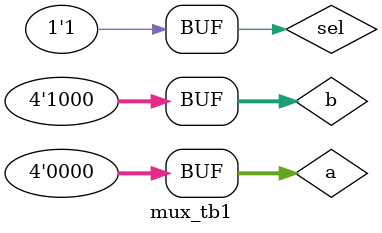
<source format=v>
`timescale 1ns / 1ps


module mux_tb1;

	// Inputs
	reg [0:3] a;
	reg [0:3] b;
	reg sel;

	// Outputs
	wire [0:3] f;

	// Instantiate the Unit Under Test (UUT)
	generate_set_of_MUX uut (
		.a(a), 
		.b(b), 
		.f(f), 
		.sel(sel)
	);

	initial begin
		// Initialize Inputs
		$monitor($time,"A=%b,B=%b,Sel=%b,F=%b",a,b,sel,f);
		a = 1011;
		b = 1111;
		sel = 0;

		// Wait 100 ns for global reset to finish
		#10 sel=1;
		#10 a = 0000;
		b = 1000;
		sel=0;
		#10 sel=1;
       
		// Add stimulus here

	end
      
endmodule


</source>
